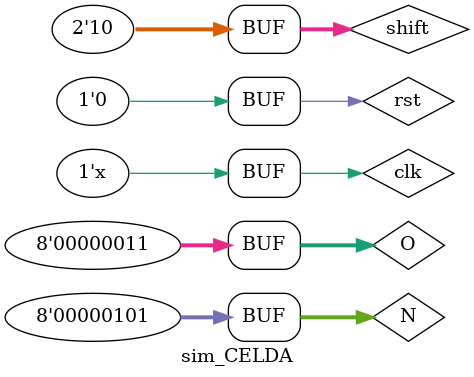
<source format=sv>
`timescale 1ns / 1ps


module sim_CELDA( );


    logic clk, rst;
    logic [1:0] shift;
    
    logic  [7:0] N;
    logic  [7:0] O;
    
    
    logic [7:0] self;
    
    CELDA   #(.ic(0), .top_row(0))
            
            inst(
                    .clk(clk),
                    .reset(rst),
                    
                    .shift(shift),
                    
                    .NO(1),
                    .N(N),
                    .NE(1),
                    
                    .O(O),                    
                    .E(1),
                    
                    .SO(1),
                    .S(1),
                    .SE(1),
                    
                    .SELF(self),
                    .cell_state(self)                      
                );


    always #1 clk = ~clk;
    
    initial begin
        clk = 1;
        rst = 1;
        shift = 0;
        
        O = 'd3;
        N = 'd5;
        
        #5
        rst = 0;
        
        
        #10 
        shift = 1;
        #2
        shift = 'd0;
        
        #10 
        shift = 'd1;
        #2
        shift = 'd2;
    end

endmodule

</source>
